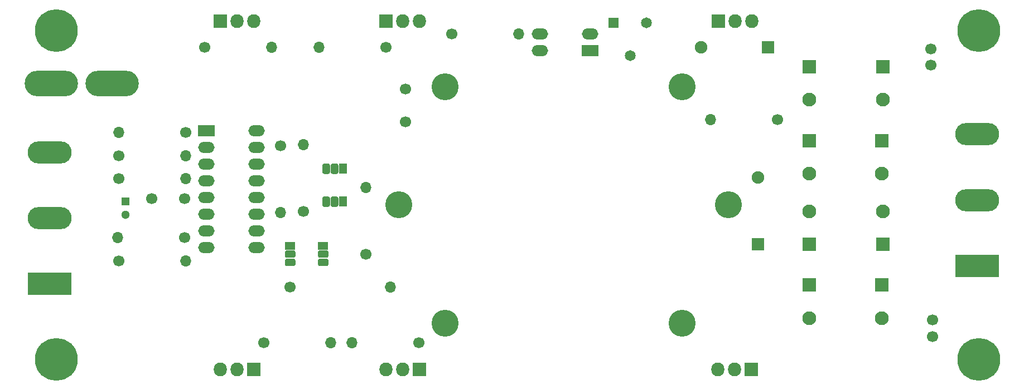
<source format=gbr>
%TF.GenerationSoftware,KiCad,Pcbnew,(5.1.6)-1*%
%TF.CreationDate,2020-12-26T12:13:23-05:00*%
%TF.ProjectId,fuente_smps_250w,6675656e-7465-45f7-936d-70735f323530,rev?*%
%TF.SameCoordinates,Original*%
%TF.FileFunction,Soldermask,Top*%
%TF.FilePolarity,Negative*%
%FSLAX46Y46*%
G04 Gerber Fmt 4.6, Leading zero omitted, Abs format (unit mm)*
G04 Created by KiCad (PCBNEW (5.1.6)-1) date 2020-12-26 12:13:23*
%MOMM*%
%LPD*%
G01*
G04 APERTURE LIST*
%ADD10C,1.650000*%
%ADD11R,1.650000X1.650000*%
%ADD12O,2.500000X1.700000*%
%ADD13R,2.500000X1.700000*%
%ADD14O,1.700000X1.700000*%
%ADD15C,1.700000*%
%ADD16O,2.005000X2.100000*%
%ADD17R,2.005000X2.100000*%
%ADD18O,1.900000X1.900000*%
%ADD19R,1.900000X1.900000*%
%ADD20C,2.100000*%
%ADD21R,2.100000X2.100000*%
%ADD22C,1.300000*%
%ADD23R,1.300000X1.300000*%
%ADD24C,0.900000*%
%ADD25C,6.500000*%
%ADD26R,1.150000X1.600000*%
%ADD27R,1.600000X1.150000*%
%ADD28C,4.100000*%
%ADD29O,6.700000X3.400000*%
%ADD30R,6.700000X3.400000*%
%ADD31O,8.100000X3.900000*%
G04 APERTURE END LIST*
D10*
%TO.C,RV1*%
X157100000Y-73800000D03*
D11*
X154600000Y-68800000D03*
D10*
X159600000Y-68800000D03*
%TD*%
D12*
%TO.C,U1*%
X143430000Y-73040000D03*
X151050000Y-70500000D03*
X143430000Y-70500000D03*
D13*
X151050000Y-73040000D03*
%TD*%
D14*
%TO.C,R15*%
X120740000Y-109000000D03*
D15*
X105500000Y-109000000D03*
%TD*%
D14*
%TO.C,R12*%
X111660000Y-117500000D03*
D15*
X101500000Y-117500000D03*
%TD*%
D12*
%TO.C,IC1*%
X100360000Y-85180000D03*
X92740000Y-102960000D03*
X100360000Y-87720000D03*
X92740000Y-100420000D03*
X100360000Y-90260000D03*
X92740000Y-97880000D03*
X100360000Y-92800000D03*
X92740000Y-95340000D03*
X100360000Y-95340000D03*
X92740000Y-92800000D03*
X100360000Y-97880000D03*
X92740000Y-90260000D03*
X100360000Y-100420000D03*
X92740000Y-87720000D03*
X100360000Y-102960000D03*
D13*
X92740000Y-85180000D03*
%TD*%
D16*
%TO.C,D4*%
X170420000Y-121500000D03*
X172960000Y-121500000D03*
D17*
X175500000Y-121500000D03*
%TD*%
D16*
%TO.C,D3*%
X175580000Y-68500000D03*
X173040000Y-68500000D03*
D17*
X170500000Y-68500000D03*
%TD*%
D18*
%TO.C,D2*%
X176500000Y-92340000D03*
D19*
X176500000Y-102500000D03*
%TD*%
D18*
%TO.C,D1*%
X167840000Y-72500000D03*
D19*
X178000000Y-72500000D03*
%TD*%
D15*
%TO.C,C13*%
X202750000Y-75250000D03*
X202750000Y-72750000D03*
%TD*%
D20*
%TO.C,C6*%
X184300000Y-97500000D03*
D21*
X184300000Y-102500000D03*
%TD*%
D20*
%TO.C,C5*%
X195500000Y-80500000D03*
D21*
X195500000Y-75500000D03*
%TD*%
D20*
%TO.C,C4*%
X195500000Y-97500000D03*
D21*
X195500000Y-102500000D03*
%TD*%
D15*
%TO.C,C3*%
X123000000Y-78820000D03*
X123000000Y-83820000D03*
%TD*%
%TO.C,C2*%
X84500000Y-95500000D03*
X89500000Y-95500000D03*
%TD*%
D22*
%TO.C,C1*%
X80500000Y-98000000D03*
D23*
X80500000Y-96000000D03*
%TD*%
D24*
%TO.C,H4*%
X211697056Y-118302944D03*
X210000000Y-117600000D03*
X208302944Y-118302944D03*
X207600000Y-120000000D03*
X208302944Y-121697056D03*
X210000000Y-122400000D03*
X211697056Y-121697056D03*
X212400000Y-120000000D03*
D25*
X210000000Y-120000000D03*
%TD*%
D24*
%TO.C,H3*%
X211697056Y-68302944D03*
X210000000Y-67600000D03*
X208302944Y-68302944D03*
X207600000Y-70000000D03*
X208302944Y-71697056D03*
X210000000Y-72400000D03*
X211697056Y-71697056D03*
X212400000Y-70000000D03*
D25*
X210000000Y-70000000D03*
%TD*%
D24*
%TO.C,H2*%
X71697056Y-68302944D03*
X70000000Y-67600000D03*
X68302944Y-68302944D03*
X67600000Y-70000000D03*
X68302944Y-71697056D03*
X70000000Y-72400000D03*
X71697056Y-71697056D03*
X72400000Y-70000000D03*
D25*
X70000000Y-70000000D03*
%TD*%
D24*
%TO.C,H1*%
X71697056Y-118302944D03*
X70000000Y-117600000D03*
X68302944Y-118302944D03*
X67600000Y-120000000D03*
X68302944Y-121697056D03*
X70000000Y-122400000D03*
X71697056Y-121697056D03*
X72400000Y-120000000D03*
D25*
X70000000Y-120000000D03*
%TD*%
D14*
%TO.C,R14*%
X102660000Y-72500000D03*
D15*
X92500000Y-72500000D03*
%TD*%
D14*
%TO.C,R13*%
X109840000Y-72500000D03*
D15*
X120000000Y-72500000D03*
%TD*%
D26*
%TO.C,Q4*%
X113500000Y-91000000D03*
G36*
G01*
X111535000Y-90487500D02*
X111535000Y-91512500D01*
G75*
G02*
X111247500Y-91800000I-287500J0D01*
G01*
X110672500Y-91800000D01*
G75*
G02*
X110385000Y-91512500I0J287500D01*
G01*
X110385000Y-90487500D01*
G75*
G02*
X110672500Y-90200000I287500J0D01*
G01*
X111247500Y-90200000D01*
G75*
G02*
X111535000Y-90487500I0J-287500D01*
G01*
G37*
G36*
G01*
X112805000Y-90487500D02*
X112805000Y-91512500D01*
G75*
G02*
X112517500Y-91800000I-287500J0D01*
G01*
X111942500Y-91800000D01*
G75*
G02*
X111655000Y-91512500I0J287500D01*
G01*
X111655000Y-90487500D01*
G75*
G02*
X111942500Y-90200000I287500J0D01*
G01*
X112517500Y-90200000D01*
G75*
G02*
X112805000Y-90487500I0J-287500D01*
G01*
G37*
%TD*%
%TO.C,Q3*%
X113500000Y-96000000D03*
G36*
G01*
X111535000Y-95487500D02*
X111535000Y-96512500D01*
G75*
G02*
X111247500Y-96800000I-287500J0D01*
G01*
X110672500Y-96800000D01*
G75*
G02*
X110385000Y-96512500I0J287500D01*
G01*
X110385000Y-95487500D01*
G75*
G02*
X110672500Y-95200000I287500J0D01*
G01*
X111247500Y-95200000D01*
G75*
G02*
X111535000Y-95487500I0J-287500D01*
G01*
G37*
G36*
G01*
X112805000Y-95487500D02*
X112805000Y-96512500D01*
G75*
G02*
X112517500Y-96800000I-287500J0D01*
G01*
X111942500Y-96800000D01*
G75*
G02*
X111655000Y-96512500I0J287500D01*
G01*
X111655000Y-95487500D01*
G75*
G02*
X111942500Y-95200000I287500J0D01*
G01*
X112517500Y-95200000D01*
G75*
G02*
X112805000Y-95487500I0J-287500D01*
G01*
G37*
%TD*%
D27*
%TO.C,Q2*%
X110500000Y-102700000D03*
G36*
G01*
X109987500Y-104665000D02*
X111012500Y-104665000D01*
G75*
G02*
X111300000Y-104952500I0J-287500D01*
G01*
X111300000Y-105527500D01*
G75*
G02*
X111012500Y-105815000I-287500J0D01*
G01*
X109987500Y-105815000D01*
G75*
G02*
X109700000Y-105527500I0J287500D01*
G01*
X109700000Y-104952500D01*
G75*
G02*
X109987500Y-104665000I287500J0D01*
G01*
G37*
G36*
G01*
X109987500Y-103395000D02*
X111012500Y-103395000D01*
G75*
G02*
X111300000Y-103682500I0J-287500D01*
G01*
X111300000Y-104257500D01*
G75*
G02*
X111012500Y-104545000I-287500J0D01*
G01*
X109987500Y-104545000D01*
G75*
G02*
X109700000Y-104257500I0J287500D01*
G01*
X109700000Y-103682500D01*
G75*
G02*
X109987500Y-103395000I287500J0D01*
G01*
G37*
%TD*%
%TO.C,Q1*%
X105500000Y-102700000D03*
G36*
G01*
X104987500Y-104665000D02*
X106012500Y-104665000D01*
G75*
G02*
X106300000Y-104952500I0J-287500D01*
G01*
X106300000Y-105527500D01*
G75*
G02*
X106012500Y-105815000I-287500J0D01*
G01*
X104987500Y-105815000D01*
G75*
G02*
X104700000Y-105527500I0J287500D01*
G01*
X104700000Y-104952500D01*
G75*
G02*
X104987500Y-104665000I287500J0D01*
G01*
G37*
G36*
G01*
X104987500Y-103395000D02*
X106012500Y-103395000D01*
G75*
G02*
X106300000Y-103682500I0J-287500D01*
G01*
X106300000Y-104257500D01*
G75*
G02*
X106012500Y-104545000I-287500J0D01*
G01*
X104987500Y-104545000D01*
G75*
G02*
X104700000Y-104257500I0J287500D01*
G01*
X104700000Y-103682500D01*
G75*
G02*
X104987500Y-103395000I287500J0D01*
G01*
G37*
%TD*%
D28*
%TO.C,TR1*%
X165000000Y-78500000D03*
X172000000Y-96500000D03*
X165000000Y-114500000D03*
X129000000Y-114500000D03*
X122000000Y-96500000D03*
X129000000Y-78500000D03*
%TD*%
D14*
%TO.C,R11*%
X114840000Y-117500000D03*
D15*
X125000000Y-117500000D03*
%TD*%
D14*
%TO.C,R10*%
X107500000Y-87340000D03*
D15*
X107500000Y-97500000D03*
%TD*%
D14*
%TO.C,R9*%
X117000000Y-93840000D03*
D15*
X117000000Y-104000000D03*
%TD*%
D14*
%TO.C,R8*%
X104000000Y-97660000D03*
D15*
X104000000Y-87500000D03*
%TD*%
D14*
%TO.C,R7*%
X79340000Y-101500000D03*
D15*
X89500000Y-101500000D03*
%TD*%
D14*
%TO.C,R6*%
X89660000Y-89000000D03*
D15*
X79500000Y-89000000D03*
%TD*%
D14*
%TO.C,R5*%
X79500000Y-85500000D03*
D15*
X89660000Y-85500000D03*
%TD*%
D14*
%TO.C,R4*%
X89660000Y-105000000D03*
D15*
X79500000Y-105000000D03*
%TD*%
D14*
%TO.C,R3*%
X89660000Y-92500000D03*
D15*
X79500000Y-92500000D03*
%TD*%
D14*
%TO.C,R2*%
X169340000Y-83500000D03*
D15*
X179500000Y-83500000D03*
%TD*%
D14*
%TO.C,R1*%
X140160000Y-70500000D03*
D15*
X130000000Y-70500000D03*
%TD*%
D16*
%TO.C,Q8*%
X100000000Y-68500000D03*
X97460000Y-68500000D03*
D17*
X94920000Y-68500000D03*
%TD*%
D16*
%TO.C,Q7*%
X120000000Y-121500000D03*
X122540000Y-121500000D03*
D17*
X125080000Y-121500000D03*
%TD*%
D16*
%TO.C,Q6*%
X125080000Y-68500000D03*
X122540000Y-68500000D03*
D17*
X120000000Y-68500000D03*
%TD*%
D16*
%TO.C,Q5*%
X94920000Y-121500000D03*
X97460000Y-121500000D03*
D17*
X100000000Y-121500000D03*
%TD*%
D29*
%TO.C,J2*%
X209750000Y-85750000D03*
X209750000Y-95750000D03*
D30*
X209750000Y-105750000D03*
%TD*%
D29*
%TO.C,J1*%
X69000000Y-88500000D03*
X69000000Y-98500000D03*
D30*
X69000000Y-108500000D03*
%TD*%
D31*
%TO.C,F1*%
X69200000Y-78000000D03*
X78500000Y-78000000D03*
%TD*%
D15*
%TO.C,C12*%
X203000000Y-116500000D03*
X203000000Y-114000000D03*
%TD*%
D20*
%TO.C,C11*%
X184300000Y-80500000D03*
D21*
X184300000Y-75500000D03*
%TD*%
D20*
%TO.C,C10*%
X184300000Y-113700000D03*
D21*
X184300000Y-108700000D03*
%TD*%
D20*
%TO.C,C9*%
X184300000Y-91700000D03*
D21*
X184300000Y-86700000D03*
%TD*%
D20*
%TO.C,C8*%
X195300000Y-113700000D03*
D21*
X195300000Y-108700000D03*
%TD*%
D20*
%TO.C,C7*%
X195300000Y-91700000D03*
D21*
X195300000Y-86700000D03*
%TD*%
M02*

</source>
